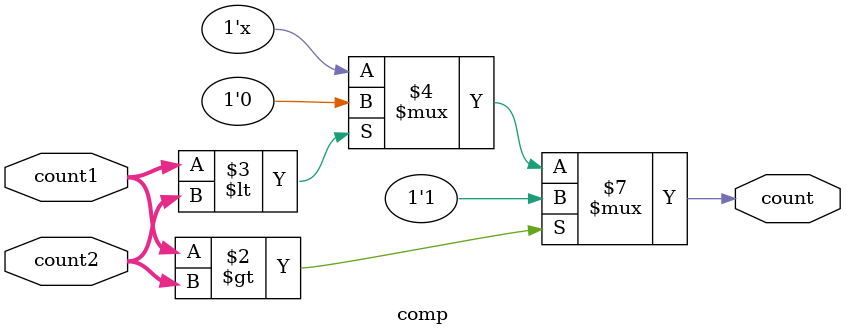
<source format=v>
`timescale 1ns / 1ps

module comp(input [127:0] count2,input [127:0] count1,
            
            output reg count
    );
    

	 
always@(count1 or count2 )
	begin		
			
			
      if(count1>count2)
				begin
                  count<=1;
			
				end
				
      else if(count1<count2)
				begin
                  count<= 0;
				
            end
				
				
			
			
	end
	
endmodule
</source>
